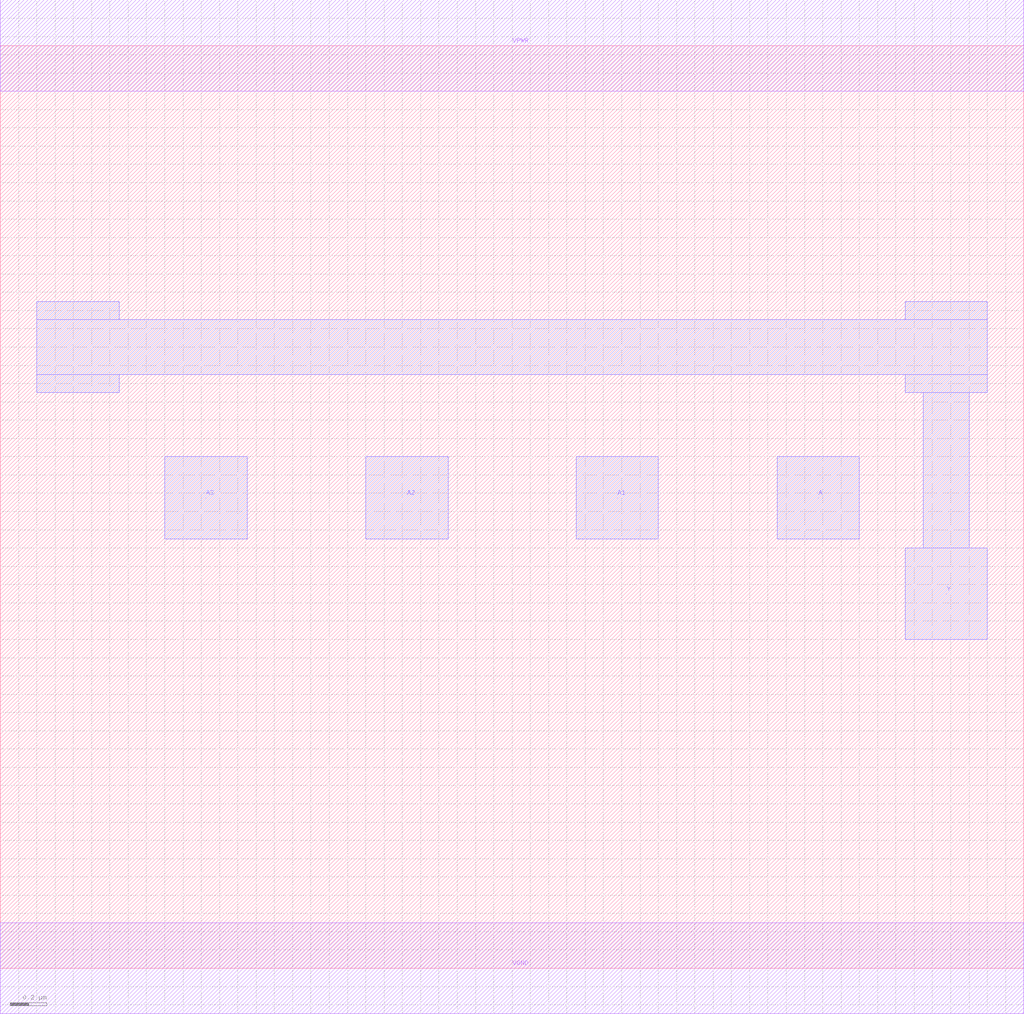
<source format=lef>
VERSION 5.7 ;
  NOWIREEXTENSIONATPIN ON ;
  DIVIDERCHAR "/" ;
  BUSBITCHARS "[]" ;
MACRO NAND4
  CLASS CORE ;
  FOREIGN NAND4 ;
  ORIGIN 0.000 0.000 ;
  SIZE 5.600 BY 5.050 ;
  SYMMETRY X Y R90 ;
  SITE unit ;
  PIN VPWR
    DIRECTION INOUT ;
    USE POWER ;
    SHAPE ABUTMENT ;
    PORT
      LAYER Metal1 ;
        RECT 0.000 4.800 5.600 5.300 ;
    END
  END VPWR
  PIN VGND
    DIRECTION INOUT ;
    USE GROUND ;
    SHAPE ABUTMENT ;
    PORT
      LAYER Metal1 ;
        RECT 0.000 -0.250 5.600 0.250 ;
    END
  END VGND
  PIN Y
    DIRECTION INOUT ;
    USE SIGNAL ;
    SHAPE ABUTMENT ;
    PORT
      LAYER Metal2 ;
        RECT 0.200 3.550 0.650 3.650 ;
        RECT 4.950 3.550 5.400 3.650 ;
        RECT 0.200 3.250 5.400 3.550 ;
        RECT 0.200 3.150 0.650 3.250 ;
        RECT 4.950 3.150 5.400 3.250 ;
        RECT 5.050 2.300 5.300 3.150 ;
        RECT 4.950 1.800 5.400 2.300 ;
    END
  END Y
  PIN A
    DIRECTION INOUT ;
    USE SIGNAL ;
    SHAPE ABUTMENT ;
    PORT
      LAYER Metal2 ;
        RECT 4.250 2.350 4.700 2.800 ;
    END
  END A
  PIN A3
    DIRECTION INOUT ;
    USE SIGNAL ;
    SHAPE ABUTMENT ;
    PORT
      LAYER Metal2 ;
        RECT 0.900 2.350 1.350 2.800 ;
    END
  END A3
  PIN A1
    DIRECTION INOUT ;
    USE SIGNAL ;
    SHAPE ABUTMENT ;
    PORT
      LAYER Metal2 ;
        RECT 3.150 2.350 3.600 2.800 ;
    END
  END A1
  PIN A2
    DIRECTION INOUT ;
    USE SIGNAL ;
    SHAPE ABUTMENT ;
    PORT
      LAYER Metal2 ;
        RECT 2.000 2.350 2.450 2.800 ;
    END
  END A2
END NAND4
END LIBRARY


</source>
